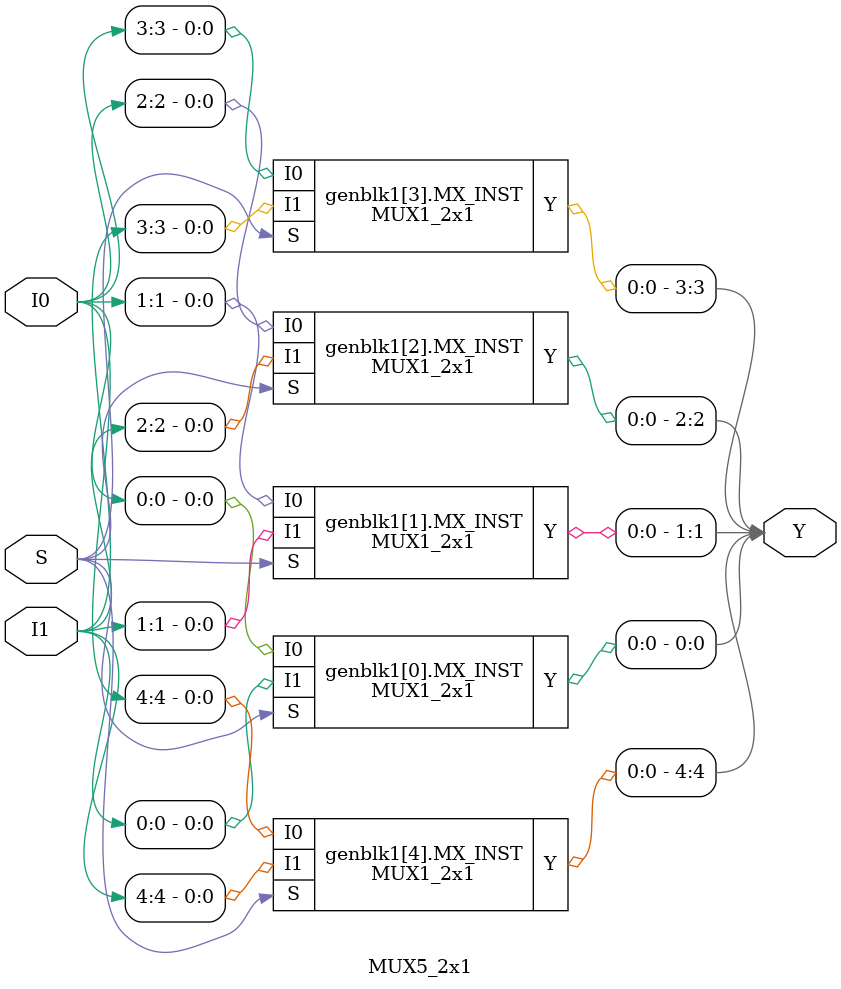
<source format=v>
module MUX32_32x1(Y, I0, I1, I2, I3, I4, I5, I6, I7,
                     I8, I9, I10, I11, I12, I13, I14, I15,
                     I16, I17, I18, I19, I20, I21, I22, I23,
                     I24, I25, I26, I27, I28, I29, I30, I31, S);
// output list
output [31:0] Y;
// input list
input [31:0] I0, I1, I2, I3, I4, I5, I6, I7;
input [31:0] I8, I9, I10, I11, I12, I13, I14, I15;
input [31:0] I16, I17, I18, I19, I20, I21, I22, I23;
input [31:0] I24, I25, I26, I27, I28, I29, I30, I31;
input [4:0] S;

wire [31:0] MUX_1, MUX_2;

MUX32_16x1 MX_INST_1(MUX_1, I0, I1, I2, I3, I4, I5, I6, I7, I8, I9, I10, I11, I12, I13, I14, I15, S[3:0]);
MUX32_16x1 MX_INST_2(MUX_2, I16, I17, I18, I19, I20, I21, I22, I23, I24, I25, I26, I27, I28, I29, I30, I31, S[3:0]);
MUX32_2x1 MX_INST_3(Y, MUX_1, MUX_2, S[4]);

endmodule

// 32-bit 16x1 mux
module MUX32_16x1(Y, I0, I1, I2, I3, I4, I5, I6, I7,
                     I8, I9, I10, I11, I12, I13, I14, I15, S);
// output list
output [31:0] Y;
// input list
input [31:0] I0;
input [31:0] I1;
input [31:0] I2;
input [31:0] I3;
input [31:0] I4;
input [31:0] I5;
input [31:0] I6;
input [31:0] I7;
input [31:0] I8;
input [31:0] I9;
input [31:0] I10;
input [31:0] I11;
input [31:0] I12;
input [31:0] I13;
input [31:0] I14;
input [31:0] I15;
input [3:0] S;

wire [31:0] MUX_1, MUX_2;

MUX32_8x1 MX_INST_1(MUX_1, I0, I1, I2, I3, I4, I5, I6, I7, S[2:0]);
MUX32_8x1 MX_INST_2(MUX_2, I8, I9, I10, I11, I12, I13, I14, I15, S[2:0]);
MUX32_2x1 MX_INST_3(Y, MUX_1, MUX_2, S[3]);
endmodule

// 32-bit 8x1 mux
module MUX32_8x1(Y, I0, I1, I2, I3, I4, I5, I6, I7, S);
// output list
output [31:0] Y;
// input list
input [31:0] I0;
input [31:0] I1;
input [31:0] I2;
input [31:0] I3;
input [31:0] I4;
input [31:0] I5;
input [31:0] I6;
input [31:0] I7;
input [2:0] S;

wire [31:0] MUX_1, MUX_2;

MUX32_4x1 MX_INST_1(MUX_1, I0, I1, I2, I3, S[1:0]);
MUX32_4x1 MX_INST_2(MUX_2, I4, I5, I6, I7, S[1:0]);
MUX32_2x1 MX_INST_3(Y, MUX_1, MUX_2, S[2]);

endmodule

// 32-bit 4x1 mux
module MUX32_4x1(Y, I0, I1, I2, I3, S);
// output list
output [31:0] Y;
// input list
input [31:0] I0;
input [31:0] I1;
input [31:0] I2;
input [31:0] I3;
input [1:0] S;

wire [31:0] MUX_1, MUX_2;

MUX32_2x1 MX_INST_1(MUX_1, I0, I1, S[0]);
MUX32_2x1 MX_INST_2(MUX_2, I2, I3, S[0]);
MUX32_2x1 MX_INST_3(Y, MUX_1, MUX_2, S[1]);

endmodule

// 32-bit mux
module MUX32_2x1(Y, I0, I1, S);
// output list
output [31:0] Y;
// input list
input [31:0] I0;
input [31:0] I1;
input S;

genvar i; 
generate
   for (i = 0; i < 32; i = i + 1)
   begin
      MUX1_2x1 MX_INST(Y[i], I0[i], I1[i], S);
   end
endgenerate
endmodule

// 1-bit mux
module MUX1_2x1(Y, I0, I1, S);
// output list
output Y;
// input list
input I0, I1, S;

wire NOT, AND_1, AND_2;

not NOT_INST(NOT, S);
and AND_INST_1(AND_1, I0, NOT);
and AND_INST_2(AND_2, I1, S);
or OR_INST(Y, AND_1, AND_2);

endmodule

// 5-bit 2x1 mux
module MUX5_2x1(Y, I0, I1, S);
// output list
output [4:0] Y;
// input list
input [4:0] I0, I1;
input S;

genvar i;
generate
   for (i = 0; i < 5; i = i + 1)
   begin
      MUX1_2x1 MX_INST(Y[i], I0[i], I1[i], S);
   end
endgenerate
endmodule 
</source>
